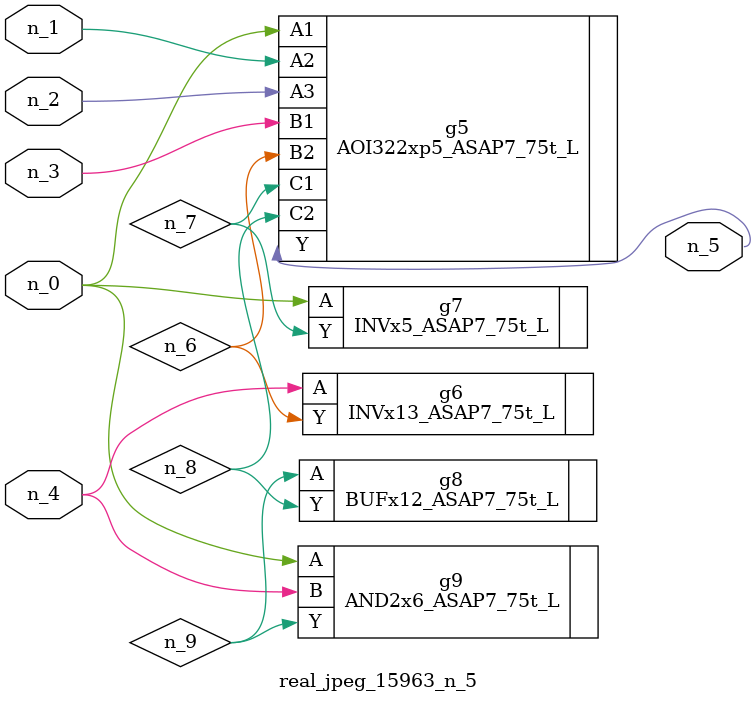
<source format=v>
module real_jpeg_15963_n_5 (n_4, n_0, n_1, n_2, n_3, n_5);

input n_4;
input n_0;
input n_1;
input n_2;
input n_3;

output n_5;

wire n_8;
wire n_6;
wire n_7;
wire n_9;

AOI322xp5_ASAP7_75t_L g5 ( 
.A1(n_0),
.A2(n_1),
.A3(n_2),
.B1(n_3),
.B2(n_6),
.C1(n_7),
.C2(n_8),
.Y(n_5)
);

INVx5_ASAP7_75t_L g7 ( 
.A(n_0),
.Y(n_7)
);

AND2x6_ASAP7_75t_L g9 ( 
.A(n_0),
.B(n_4),
.Y(n_9)
);

INVx13_ASAP7_75t_L g6 ( 
.A(n_4),
.Y(n_6)
);

BUFx12_ASAP7_75t_L g8 ( 
.A(n_9),
.Y(n_8)
);


endmodule
</source>
